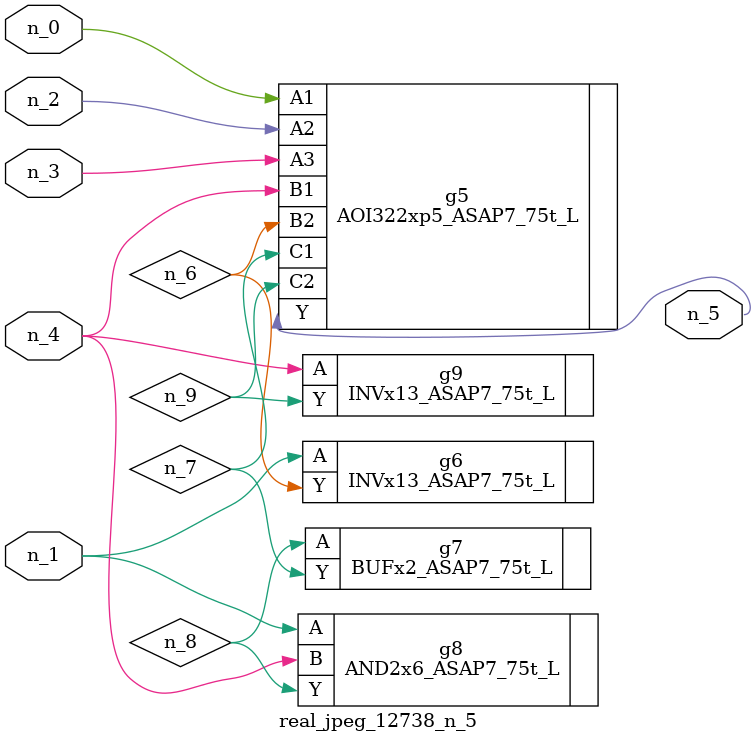
<source format=v>
module real_jpeg_12738_n_5 (n_4, n_0, n_1, n_2, n_3, n_5);

input n_4;
input n_0;
input n_1;
input n_2;
input n_3;

output n_5;

wire n_8;
wire n_6;
wire n_7;
wire n_9;

AOI322xp5_ASAP7_75t_L g5 ( 
.A1(n_0),
.A2(n_2),
.A3(n_3),
.B1(n_4),
.B2(n_6),
.C1(n_7),
.C2(n_9),
.Y(n_5)
);

INVx13_ASAP7_75t_L g6 ( 
.A(n_1),
.Y(n_6)
);

AND2x6_ASAP7_75t_L g8 ( 
.A(n_1),
.B(n_4),
.Y(n_8)
);

INVx13_ASAP7_75t_L g9 ( 
.A(n_4),
.Y(n_9)
);

BUFx2_ASAP7_75t_L g7 ( 
.A(n_8),
.Y(n_7)
);


endmodule
</source>
